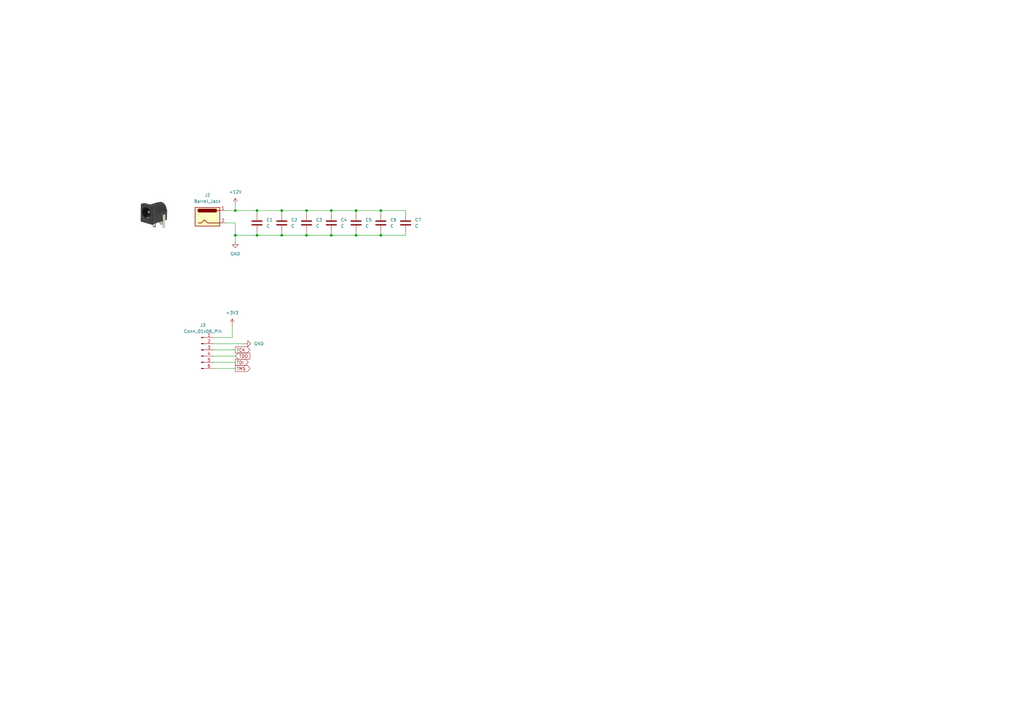
<source format=kicad_sch>
(kicad_sch (version 20231120) (generator "eeschema") (generator_version "8.0")
  (paper "A3")
  (lib_symbols
    (symbol "Connector:Barrel_Jack" (pin_names (offset 1.016))
      (property "Reference" "J" (at 0 5.334 0))
      (property "Value" "Barrel_Jack" (at 0 -5.08 0))
      (symbol "Barrel_Jack_0_1"
        (rectangle (start -5.08 3.81) (end 5.08 -3.81) (stroke (width 0.254)) (fill (type background)))
        (arc (start -3.302 3.175) (mid -3.9343 2.54) (end -3.302 1.905) (stroke (width 0.254)))
        (arc (start -3.302 3.175) (mid -3.9343 2.54) (end -3.302 1.905) (stroke (width 0.254)) (fill (type outline)))
        (polyline (pts (xy 5.08 2.54) (xy 3.81 2.54)) (stroke (width 0.254)))
        (polyline (pts (xy -3.81 -2.54) (xy -2.54 -2.54) (xy -1.27 -1.27) (xy 0 -2.54) (xy 2.54 -2.54) (xy 5.08 -2.54)) (stroke (width 0.254)))
        (rectangle (start 3.683 3.175) (end -3.302 1.905) (stroke (width 0.254)) (fill (type outline)))
      )
      (symbol "Barrel_Jack_1_1"
        (pin passive line (at 7.62 2.54 180) (length 2.54) (name "~") (number "1"))
        (pin passive line (at 7.62 -2.54 180) (length 2.54) (name "~") (number "2"))
      )
    )
    (symbol "Connector:Conn_01x06_Pin" (pin_names (offset 1.016) hide)
      (property "Reference" "J" (at 0 7.62 0))
      (property "Value" "Conn_01x06_Pin" (at 0 -10.16 0))
      (symbol "Conn_01x06_Pin_1_1"
        (polyline (pts (xy 1.27 -7.62) (xy 0.8636 -7.62)) (stroke (width 0.1524)))
        (polyline (pts (xy 1.27 -5.08) (xy 0.8636 -5.08)) (stroke (width 0.1524)))
        (polyline (pts (xy 1.27 -2.54) (xy 0.8636 -2.54)) (stroke (width 0.1524)))
        (polyline (pts (xy 1.27 0) (xy 0.8636 0)) (stroke (width 0.1524)))
        (polyline (pts (xy 1.27 2.54) (xy 0.8636 2.54)) (stroke (width 0.1524)))
        (polyline (pts (xy 1.27 5.08) (xy 0.8636 5.08)) (stroke (width 0.1524)))
        (rectangle (start 0.8636 -7.493) (end 0 -7.747) (stroke (width 0.1524)) (fill (type outline)))
        (rectangle (start 0.8636 -4.953) (end 0 -5.207) (stroke (width 0.1524)) (fill (type outline)))
        (rectangle (start 0.8636 -2.413) (end 0 -2.667) (stroke (width 0.1524)) (fill (type outline)))
        (rectangle (start 0.8636 0.127) (end 0 -0.127) (stroke (width 0.1524)) (fill (type outline)))
        (rectangle (start 0.8636 2.667) (end 0 2.413) (stroke (width 0.1524)) (fill (type outline)))
        (rectangle (start 0.8636 5.207) (end 0 4.953) (stroke (width 0.1524)) (fill (type outline)))
        (pin passive line (at 5.08 5.08 180) (length 3.81) (name "Pin_1") (number "1"))
        (pin passive line (at 5.08 2.54 180) (length 3.81) (name "Pin_2") (number "2"))
        (pin passive line (at 5.08 0 180) (length 3.81) (name "Pin_3") (number "3"))
        (pin passive line (at 5.08 -2.54 180) (length 3.81) (name "Pin_4") (number "4"))
        (pin passive line (at 5.08 -5.08 180) (length 3.81) (name "Pin_5") (number "5"))
        (pin passive line (at 5.08 -7.62 180) (length 3.81) (name "Pin_6") (number "6"))
      )
    )
    (symbol "Device:C" (pin_numbers hide) (pin_names (offset 0.254))
      (property "Reference" "C" (at 0.635 2.54 0))
      (property "Value" "C" (at 0.635 -2.54 0))
      (symbol "C_0_1"
        (polyline (pts (xy -2.032 -0.762) (xy 2.032 -0.762)) (stroke (width 0.508)))
        (polyline (pts (xy -2.032 0.762) (xy 2.032 0.762)) (stroke (width 0.508)))
      )
      (symbol "C_1_1"
        (pin passive line (at 0 3.81 270) (length 2.794) (name "~") (number "1"))
        (pin passive line (at 0 -3.81 90) (length 2.794) (name "~") (number "2"))
      )
    )
    (symbol "power:+12V" (power) (pin_numbers hide) (pin_names (offset 0) hide)
      (property "Value" "+12V" (at 0 3.556 0))
      (symbol "+12V_0_1"
        (polyline (pts (xy -0.762 1.27) (xy 0 2.54)))
        (polyline (pts (xy 0 0) (xy 0 2.54)))
        (polyline (pts (xy 0 2.54) (xy 0.762 1.27)))
      )
      (symbol "+12V_1_1"
        (pin power_in line (at 0 0 90) (length 0) (name "~") (number "1"))
      )
    )
    (symbol "power:+3V3" (power) (pin_numbers hide) (pin_names (offset 0) hide)
      (property "Value" "+3V3" (at 0 3.556 0))
      (symbol "+3V3_0_1"
        (polyline (pts (xy -0.762 1.27) (xy 0 2.54)))
        (polyline (pts (xy 0 0) (xy 0 2.54)))
        (polyline (pts (xy 0 2.54) (xy 0.762 1.27)))
      )
      (symbol "+3V3_1_1"
        (pin power_in line (at 0 0 90) (length 0) (name "~") (number "1"))
      )
    )
    (symbol "power:GND" (power) (pin_numbers hide) (pin_names (offset 0) hide)
      (property "Value" "GND" (at 0 -3.81 0))
      (symbol "GND_0_1"
        (polyline (pts (xy 0 0) (xy 0 -1.27) (xy 1.27 -1.27) (xy 0 -2.54) (xy -1.27 -1.27) (xy 0 -1.27)))
      )
      (symbol "GND_1_1"
        (pin power_in line (at 0 0 270) (length 0) (name "~") (number "1"))
      )
    )
  )
  (junction (at 105.41 86.36))
  (junction (at 135.89 86.36))
  (junction (at 96.52 96.52))
  (junction (at 105.41 96.52))
  (junction (at 146.05 86.36))
  (junction (at 115.57 96.52))
  (junction (at 96.52 86.36))
  (junction (at 156.21 96.52))
  (junction (at 146.05 96.52))
  (junction (at 125.73 96.52))
  (junction (at 125.73 86.36))
  (junction (at 135.89 96.52))
  (junction (at 115.57 86.36))
  (junction (at 156.21 86.36))
  (wire (pts (xy 156.21 86.36) (xy 146.05 86.36)))
  (wire (pts (xy 96.52 86.36) (xy 96.52 83.82)))
  (wire (pts (xy 115.57 95.25) (xy 115.57 96.52)))
  (wire (pts (xy 135.89 95.25) (xy 135.89 96.52)))
  (wire (pts (xy 135.89 86.36) (xy 125.73 86.36)))
  (wire (pts (xy 125.73 86.36) (xy 125.73 87.63)))
  (wire (pts (xy 146.05 95.25) (xy 146.05 96.52)))
  (wire (pts (xy 96.52 91.44) (xy 96.52 96.52)))
  (wire (pts (xy 166.37 87.63) (xy 166.37 86.36)))
  (wire (pts (xy 125.73 95.25) (xy 125.73 96.52)))
  (wire (pts (xy 96.52 96.52) (xy 96.52 99.06)))
  (wire (pts (xy 96.52 151.13) (xy 87.63 151.13)))
  (wire (pts (xy 105.41 95.25) (xy 105.41 96.52)))
  (wire (pts (xy 87.63 138.43) (xy 95.25 138.43)))
  (wire (pts (xy 115.57 86.36) (xy 115.57 87.63)))
  (wire (pts (xy 92.71 91.44) (xy 96.52 91.44)))
  (wire (pts (xy 146.05 86.36) (xy 135.89 86.36)))
  (wire (pts (xy 135.89 86.36) (xy 135.89 87.63)))
  (wire (pts (xy 166.37 95.25) (xy 166.37 96.52)))
  (wire (pts (xy 92.71 86.36) (xy 96.52 86.36)))
  (wire (pts (xy 135.89 96.52) (xy 125.73 96.52)))
  (wire (pts (xy 105.41 86.36) (xy 105.41 87.63)))
  (wire (pts (xy 96.52 86.36) (xy 105.41 86.36)))
  (wire (pts (xy 156.21 95.25) (xy 156.21 96.52)))
  (wire (pts (xy 87.63 148.59) (xy 96.52 148.59)))
  (wire (pts (xy 125.73 86.36) (xy 115.57 86.36)))
  (wire (pts (xy 96.52 146.05) (xy 87.63 146.05)))
  (wire (pts (xy 115.57 96.52) (xy 105.41 96.52)))
  (wire (pts (xy 96.52 143.51) (xy 87.63 143.51)))
  (wire (pts (xy 95.25 138.43) (xy 95.25 133.35)))
  (wire (pts (xy 166.37 96.52) (xy 156.21 96.52)))
  (wire (pts (xy 156.21 86.36) (xy 156.21 87.63)))
  (wire (pts (xy 105.41 96.52) (xy 96.52 96.52)))
  (wire (pts (xy 146.05 86.36) (xy 146.05 87.63)))
  (wire (pts (xy 146.05 96.52) (xy 135.89 96.52)))
  (wire (pts (xy 156.21 96.52) (xy 146.05 96.52)))
  (wire (pts (xy 87.63 140.97) (xy 100.33 140.97)))
  (wire (pts (xy 166.37 86.36) (xy 156.21 86.36)))
  (wire (pts (xy 125.73 96.52) (xy 115.57 96.52)))
  (wire (pts (xy 115.57 86.36) (xy 105.41 86.36)))
  (image (at 63.5 87.63))
  (global_label "TDI" (shape output) (at 96.52 148.59 0) (property "Intersheetrefs" "${INTERSHEET_REFS}" (effects (hide yes))))
  (global_label "TMS" (shape output) (at 96.52 151.13 0) (property "Intersheetrefs" "${INTERSHEET_REFS}" (effects (hide yes))))
  (global_label "TDO" (shape input) (at 96.52 146.05 0) (property "Intersheetrefs" "${INTERSHEET_REFS}" (effects (hide yes))))
  (global_label "TCK" (shape output) (at 96.52 143.51 0) (property "Intersheetrefs" "${INTERSHEET_REFS}" (effects (hide yes))))
  (symbol (lib_id "Device:C") (at 156.21 91.44 0) (unit 1)
    (property "Reference" "C6" (at 160.02 90.1699 0) (effects (justify left)))
    (property "Value" "C" (at 160.02 92.7099 0) (effects (justify left)))
    (property "Description" "Unpolarized capacitor" (effects (hide yes)))
  )
  (symbol (lib_id "Device:C") (at 105.41 91.44 0) (unit 1)
    (property "Reference" "C1" (at 109.22 90.1699 0) (effects (justify left)))
    (property "Value" "C" (at 109.22 92.7099 0) (effects (justify left)))
    (property "Description" "Unpolarized capacitor" (effects (hide yes)))
  )
  (symbol (lib_id "Connector:Conn_01x06_Pin") (at 82.55 143.51 0) (unit 1)
    (property "Reference" "J3" (at 83.185 133.35 0))
    (property "Value" "Conn_01x06_Pin" (at 83.185 135.89 0))
    (property "Description" "Generic connector, single row, 01x06, script generated" (effects (hide yes)))
  )
  (symbol (lib_id "Device:C") (at 125.73 91.44 0) (unit 1)
    (property "Reference" "C3" (at 129.54 90.1699 0) (effects (justify left)))
    (property "Value" "C" (at 129.54 92.7099 0) (effects (justify left)))
    (property "Description" "Unpolarized capacitor" (effects (hide yes)))
  )
  (symbol (lib_id "Connector:Barrel_Jack") (at 85.09 88.9 0) (unit 1)
    (property "Reference" "J2" (at 85.09 80.01 0))
    (property "Value" "Barrel_Jack" (at 85.09 82.55 0))
    (property "Description" "DC Barrel Jack" (effects (hide yes)))
  )
  (symbol (lib_id "Device:C") (at 115.57 91.44 0) (unit 1)
    (property "Reference" "C2" (at 119.38 90.1699 0) (effects (justify left)))
    (property "Value" "C" (at 119.38 92.7099 0) (effects (justify left)))
    (property "Description" "Unpolarized capacitor" (effects (hide yes)))
  )
  (symbol (lib_id "Device:C") (at 146.05 91.44 0) (unit 1)
    (property "Reference" "C5" (at 149.86 90.1699 0) (effects (justify left)))
    (property "Value" "C" (at 149.86 92.7099 0) (effects (justify left)))
    (property "Description" "Unpolarized capacitor" (effects (hide yes)))
  )
  (symbol (lib_id "Device:C") (at 166.37 91.44 0) (unit 1)
    (property "Reference" "C7" (at 170.18 90.1699 0) (effects (justify left)))
    (property "Value" "C" (at 170.18 92.7099 0) (effects (justify left)))
    (property "Description" "Unpolarized capacitor" (effects (hide yes)))
  )
  (symbol (lib_id "power:+12V") (at 96.52 83.82 0) (unit 1)
    (property "Reference" "#PWR01" (effects (hide yes)))
    (property "Value" "+12V" (at 96.52 78.74 0))
    (property "Description" "Power symbol creates a global label with name \"+12V\"" (effects (hide yes)))
  )
  (symbol (lib_id "power:GND") (at 96.52 99.06 0) (unit 1)
    (property "Reference" "#PWR03" (effects (hide yes)))
    (property "Value" "GND" (at 96.52 104.14 0))
    (property "Description" "Power symbol creates a global label with name \"GND\" , ground" (effects (hide yes)))
  )
  (symbol (lib_id "Device:C") (at 135.89 91.44 0) (unit 1)
    (property "Reference" "C4" (at 139.7 90.1699 0) (effects (justify left)))
    (property "Value" "C" (at 139.7 92.7099 0) (effects (justify left)))
    (property "Description" "Unpolarized capacitor" (effects (hide yes)))
  )
  (symbol (lib_id "power:+3V3") (at 95.25 133.35 0) (unit 1)
    (property "Reference" "#PWR06" (effects (hide yes)))
    (property "Value" "+3V3" (at 95.25 128.27 0))
    (property "Description" "Power symbol creates a global label with name \"+3V3\"" (effects (hide yes)))
  )
  (symbol (lib_id "power:GND") (at 100.33 140.97 90) (unit 1)
    (property "Reference" "#PWR07" (effects (hide yes)))
    (property "Value" "GND" (at 104.14 140.9699 90) (effects (justify right)))
    (property "Description" "Power symbol creates a global label with name \"GND\" , ground" (effects (hide yes)))
  )
)
</source>
